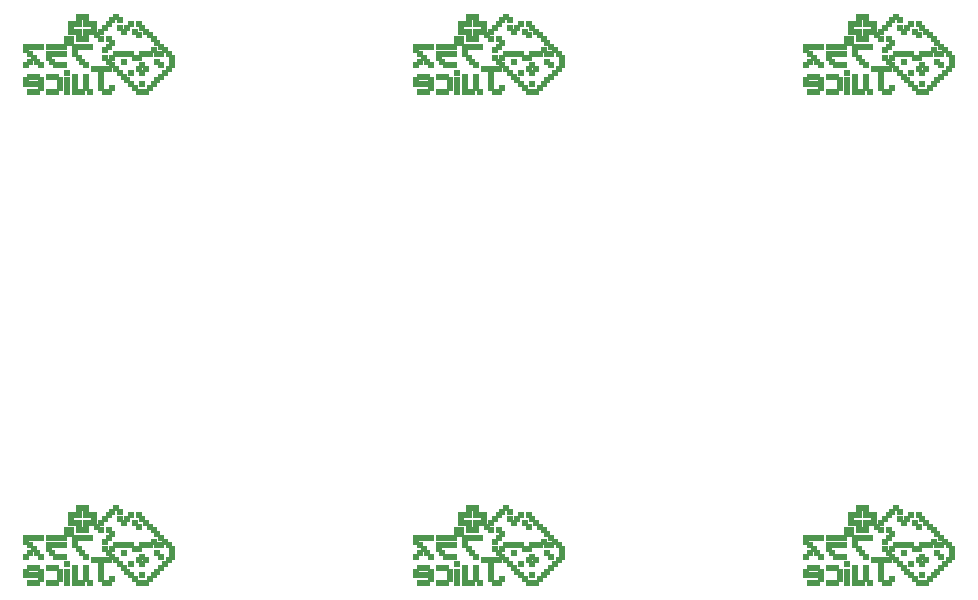
<source format=gbr>
%FSLAX34Y34*%
%MOMM*%
%LNSMDMASK_TOP*%
G71*
G01*
%ADD10R, 0.47X0.47*%
%LPD*%
X312738Y941388D02*
G54D10*
D03*
X309562Y938212D02*
G54D10*
D03*
X306388Y935038D02*
G54D10*
D03*
X303212Y931862D02*
G54D10*
D03*
X312738Y947738D02*
G54D10*
D03*
X309562Y950912D02*
G54D10*
D03*
X306388Y954088D02*
G54D10*
D03*
X303212Y957262D02*
G54D10*
D03*
X300038Y960438D02*
G54D10*
D03*
X300038Y928688D02*
G54D10*
D03*
X296862Y925512D02*
G54D10*
D03*
X293688Y922338D02*
G54D10*
D03*
X290512Y919162D02*
G54D10*
D03*
X284162Y919162D02*
G54D10*
D03*
X280988Y922338D02*
G54D10*
D03*
X277812Y925512D02*
G54D10*
D03*
X274638Y928688D02*
G54D10*
D03*
X271462Y931862D02*
G54D10*
D03*
X268288Y935038D02*
G54D10*
D03*
X265112Y938212D02*
G54D10*
D03*
X261938Y941388D02*
G54D10*
D03*
X258762Y944562D02*
G54D10*
D03*
X296862Y963612D02*
G54D10*
D03*
X293688Y966788D02*
G54D10*
D03*
X290512Y969962D02*
G54D10*
D03*
X287338Y973138D02*
G54D10*
D03*
X271462Y969962D02*
G54D10*
D03*
X261938Y960438D02*
G54D10*
D03*
X258762Y963612D02*
G54D10*
D03*
X268288Y973138D02*
G54D10*
D03*
X268288Y979488D02*
G54D10*
D03*
X265112Y982662D02*
G54D10*
D03*
X261938Y979488D02*
G54D10*
D03*
X258762Y976312D02*
G54D10*
D03*
X255588Y973138D02*
G54D10*
D03*
X252412Y969962D02*
G54D10*
D03*
X249238Y966788D02*
G54D10*
D03*
X252412Y963612D02*
G54D10*
D03*
X303212Y950912D02*
G54D10*
D03*
X300038Y950912D02*
G54D10*
D03*
X296862Y954088D02*
G54D10*
D03*
X293688Y950912D02*
G54D10*
D03*
X290512Y950912D02*
G54D10*
D03*
X287338Y950912D02*
G54D10*
D03*
X284162Y947738D02*
G54D10*
D03*
X280988Y947738D02*
G54D10*
D03*
X277812Y950912D02*
G54D10*
D03*
X274638Y950912D02*
G54D10*
D03*
X271462Y950912D02*
G54D10*
D03*
X268288Y950912D02*
G54D10*
D03*
X265112Y950912D02*
G54D10*
D03*
X261938Y947738D02*
G54D10*
D03*
X246062Y976312D02*
G54D10*
D03*
X246062Y973138D02*
G54D10*
D03*
X246062Y969962D02*
G54D10*
D03*
X242888Y969962D02*
G54D10*
D03*
X242888Y976312D02*
G54D10*
D03*
X239712Y976312D02*
G54D10*
D03*
X239712Y979488D02*
G54D10*
D03*
X239712Y982662D02*
G54D10*
D03*
X236538Y982662D02*
G54D10*
D03*
X233362Y982662D02*
G54D10*
D03*
X233362Y979488D02*
G54D10*
D03*
X233362Y976312D02*
G54D10*
D03*
X230188Y976312D02*
G54D10*
D03*
X227012Y976312D02*
G54D10*
D03*
X227012Y973138D02*
G54D10*
D03*
X227012Y969962D02*
G54D10*
D03*
X230188Y969962D02*
G54D10*
D03*
X233362Y969962D02*
G54D10*
D03*
X239712Y969962D02*
G54D10*
D03*
X239712Y966788D02*
G54D10*
D03*
X239712Y963612D02*
G54D10*
D03*
X236538Y963612D02*
G54D10*
D03*
X233362Y963612D02*
G54D10*
D03*
X233362Y966788D02*
G54D10*
D03*
X284162Y976312D02*
G54D10*
D03*
X277812Y976312D02*
G54D10*
D03*
X274638Y973138D02*
G54D10*
D03*
X258762Y957262D02*
G54D10*
D03*
X255588Y954088D02*
G54D10*
D03*
X255588Y947738D02*
G54D10*
D03*
X258762Y938212D02*
G54D10*
D03*
X255588Y938212D02*
G54D10*
D03*
X252412Y938212D02*
G54D10*
D03*
X249238Y938212D02*
G54D10*
D03*
X246062Y938212D02*
G54D10*
D03*
X252412Y935038D02*
G54D10*
D03*
X252412Y931862D02*
G54D10*
D03*
X252412Y928688D02*
G54D10*
D03*
X252412Y925512D02*
G54D10*
D03*
X252412Y922338D02*
G54D10*
D03*
X255588Y919162D02*
G54D10*
D03*
X258762Y919162D02*
G54D10*
D03*
X261938Y922338D02*
G54D10*
D03*
X242888Y919162D02*
G54D10*
D03*
X239712Y922338D02*
G54D10*
D03*
X239712Y925512D02*
G54D10*
D03*
X239712Y928688D02*
G54D10*
D03*
X239712Y931862D02*
G54D10*
D03*
X236538Y919162D02*
G54D10*
D03*
X233362Y919162D02*
G54D10*
D03*
X230188Y919162D02*
G54D10*
D03*
X230188Y922338D02*
G54D10*
D03*
X230188Y925512D02*
G54D10*
D03*
X230188Y928688D02*
G54D10*
D03*
X230188Y931862D02*
G54D10*
D03*
X223838Y935038D02*
G54D10*
D03*
X223838Y928688D02*
G54D10*
D03*
X223838Y925512D02*
G54D10*
D03*
X223838Y922338D02*
G54D10*
D03*
X223838Y919162D02*
G54D10*
D03*
X217488Y922338D02*
G54D10*
D03*
X217488Y925512D02*
G54D10*
D03*
X217488Y928688D02*
G54D10*
D03*
X214312Y931862D02*
G54D10*
D03*
X211138Y931862D02*
G54D10*
D03*
X214312Y919162D02*
G54D10*
D03*
X211138Y919162D02*
G54D10*
D03*
X207962Y919162D02*
G54D10*
D03*
X207962Y931862D02*
G54D10*
D03*
X201612Y922338D02*
G54D10*
D03*
X201612Y925512D02*
G54D10*
D03*
X201612Y928688D02*
G54D10*
D03*
X198438Y931862D02*
G54D10*
D03*
X195262Y931862D02*
G54D10*
D03*
X192088Y931862D02*
G54D10*
D03*
X198438Y919162D02*
G54D10*
D03*
X195262Y919162D02*
G54D10*
D03*
X192088Y919162D02*
G54D10*
D03*
X188912Y928688D02*
G54D10*
D03*
X188912Y925512D02*
G54D10*
D03*
X192088Y925512D02*
G54D10*
D03*
X195262Y925512D02*
G54D10*
D03*
X198438Y925512D02*
G54D10*
D03*
X290512Y938212D02*
G54D10*
D03*
X287338Y935038D02*
G54D10*
D03*
X284162Y938212D02*
G54D10*
D03*
X287338Y941388D02*
G54D10*
D03*
X277812Y935038D02*
G54D10*
D03*
X300038Y944562D02*
G54D10*
D03*
X271462Y944562D02*
G54D10*
D03*
X287338Y925512D02*
G54D10*
D03*
X303212Y941388D02*
G54D10*
D03*
X242888Y957262D02*
G54D10*
D03*
X239712Y957262D02*
G54D10*
D03*
X236538Y957262D02*
G54D10*
D03*
X233362Y957262D02*
G54D10*
D03*
X230188Y957262D02*
G54D10*
D03*
X230188Y954088D02*
G54D10*
D03*
X230188Y950912D02*
G54D10*
D03*
X233362Y947738D02*
G54D10*
D03*
X236538Y944562D02*
G54D10*
D03*
X239712Y941388D02*
G54D10*
D03*
X227012Y963612D02*
G54D10*
D03*
X227012Y960438D02*
G54D10*
D03*
X223838Y960438D02*
G54D10*
D03*
X223838Y963612D02*
G54D10*
D03*
X220662Y957262D02*
G54D10*
D03*
X217488Y957262D02*
G54D10*
D03*
X214312Y957262D02*
G54D10*
D03*
X211138Y957262D02*
G54D10*
D03*
X207962Y957262D02*
G54D10*
D03*
X220662Y950912D02*
G54D10*
D03*
X217488Y950912D02*
G54D10*
D03*
X214312Y950912D02*
G54D10*
D03*
X211138Y950912D02*
G54D10*
D03*
X207962Y950912D02*
G54D10*
D03*
X207962Y947738D02*
G54D10*
D03*
X211138Y944562D02*
G54D10*
D03*
X214312Y941388D02*
G54D10*
D03*
X220662Y941388D02*
G54D10*
D03*
X217488Y941388D02*
G54D10*
D03*
X201612Y957262D02*
G54D10*
D03*
X198438Y957262D02*
G54D10*
D03*
X195262Y957262D02*
G54D10*
D03*
X192088Y957262D02*
G54D10*
D03*
X188912Y957262D02*
G54D10*
D03*
X188912Y954088D02*
G54D10*
D03*
X192088Y950912D02*
G54D10*
D03*
X195262Y947738D02*
G54D10*
D03*
X198438Y944562D02*
G54D10*
D03*
X201612Y941388D02*
G54D10*
D03*
X192088Y944562D02*
G54D10*
D03*
X188912Y941388D02*
G54D10*
D03*
X280988Y969962D02*
G54D10*
D03*
X284162Y966788D02*
G54D10*
D03*
X287338Y919162D02*
G54D10*
D03*
X312738Y944562D02*
G54D10*
D03*
X642938Y941388D02*
G54D10*
D03*
X639762Y938212D02*
G54D10*
D03*
X636588Y935038D02*
G54D10*
D03*
X633412Y931862D02*
G54D10*
D03*
X642938Y947738D02*
G54D10*
D03*
X639762Y950912D02*
G54D10*
D03*
X636588Y954088D02*
G54D10*
D03*
X633412Y957262D02*
G54D10*
D03*
X630238Y960438D02*
G54D10*
D03*
X630238Y928688D02*
G54D10*
D03*
X627062Y925512D02*
G54D10*
D03*
X623888Y922338D02*
G54D10*
D03*
X620712Y919162D02*
G54D10*
D03*
X614362Y919162D02*
G54D10*
D03*
X611188Y922338D02*
G54D10*
D03*
X608012Y925512D02*
G54D10*
D03*
X604838Y928688D02*
G54D10*
D03*
X601662Y931862D02*
G54D10*
D03*
X598488Y935038D02*
G54D10*
D03*
X595312Y938212D02*
G54D10*
D03*
X592138Y941388D02*
G54D10*
D03*
X588962Y944562D02*
G54D10*
D03*
X627062Y963612D02*
G54D10*
D03*
X623888Y966788D02*
G54D10*
D03*
X620712Y969962D02*
G54D10*
D03*
X617538Y973138D02*
G54D10*
D03*
X601662Y969962D02*
G54D10*
D03*
X592138Y960438D02*
G54D10*
D03*
X588962Y963612D02*
G54D10*
D03*
X598488Y973138D02*
G54D10*
D03*
X598488Y979488D02*
G54D10*
D03*
X595312Y982662D02*
G54D10*
D03*
X592138Y979488D02*
G54D10*
D03*
X588962Y976312D02*
G54D10*
D03*
X585788Y973138D02*
G54D10*
D03*
X582612Y969962D02*
G54D10*
D03*
X579438Y966788D02*
G54D10*
D03*
X582612Y963612D02*
G54D10*
D03*
X633412Y950912D02*
G54D10*
D03*
X630238Y950912D02*
G54D10*
D03*
X627062Y954088D02*
G54D10*
D03*
X623888Y950912D02*
G54D10*
D03*
X620712Y950912D02*
G54D10*
D03*
X617538Y950912D02*
G54D10*
D03*
X614362Y947738D02*
G54D10*
D03*
X611188Y947738D02*
G54D10*
D03*
X608012Y950912D02*
G54D10*
D03*
X604838Y950912D02*
G54D10*
D03*
X601662Y950912D02*
G54D10*
D03*
X598488Y950912D02*
G54D10*
D03*
X595312Y950912D02*
G54D10*
D03*
X592138Y947738D02*
G54D10*
D03*
X576262Y976312D02*
G54D10*
D03*
X576262Y973138D02*
G54D10*
D03*
X576262Y969962D02*
G54D10*
D03*
X573088Y969962D02*
G54D10*
D03*
X573088Y976312D02*
G54D10*
D03*
X569912Y976312D02*
G54D10*
D03*
X569912Y979488D02*
G54D10*
D03*
X569912Y982662D02*
G54D10*
D03*
X566738Y982662D02*
G54D10*
D03*
X563562Y982662D02*
G54D10*
D03*
X563562Y979488D02*
G54D10*
D03*
X563562Y976312D02*
G54D10*
D03*
X560388Y976312D02*
G54D10*
D03*
X557212Y976312D02*
G54D10*
D03*
X557212Y973138D02*
G54D10*
D03*
X557212Y969962D02*
G54D10*
D03*
X560388Y969962D02*
G54D10*
D03*
X563562Y969962D02*
G54D10*
D03*
X569912Y969962D02*
G54D10*
D03*
X569912Y966788D02*
G54D10*
D03*
X569912Y963612D02*
G54D10*
D03*
X566738Y963612D02*
G54D10*
D03*
X563562Y963612D02*
G54D10*
D03*
X563562Y966788D02*
G54D10*
D03*
X614362Y976312D02*
G54D10*
D03*
X608012Y976312D02*
G54D10*
D03*
X604838Y973138D02*
G54D10*
D03*
X588962Y957262D02*
G54D10*
D03*
X585788Y954088D02*
G54D10*
D03*
X585788Y947738D02*
G54D10*
D03*
X588962Y938212D02*
G54D10*
D03*
X585788Y938212D02*
G54D10*
D03*
X582612Y938212D02*
G54D10*
D03*
X579438Y938212D02*
G54D10*
D03*
X576262Y938212D02*
G54D10*
D03*
X582612Y935038D02*
G54D10*
D03*
X582612Y931862D02*
G54D10*
D03*
X582612Y928688D02*
G54D10*
D03*
X582612Y925512D02*
G54D10*
D03*
X582612Y922338D02*
G54D10*
D03*
X585788Y919162D02*
G54D10*
D03*
X588962Y919162D02*
G54D10*
D03*
X592138Y922338D02*
G54D10*
D03*
X573088Y919162D02*
G54D10*
D03*
X569912Y922338D02*
G54D10*
D03*
X569912Y925512D02*
G54D10*
D03*
X569912Y928688D02*
G54D10*
D03*
X569912Y931862D02*
G54D10*
D03*
X566738Y919162D02*
G54D10*
D03*
X563562Y919162D02*
G54D10*
D03*
X560388Y919162D02*
G54D10*
D03*
X560388Y922338D02*
G54D10*
D03*
X560388Y925512D02*
G54D10*
D03*
X560388Y928688D02*
G54D10*
D03*
X560388Y931862D02*
G54D10*
D03*
X554038Y935038D02*
G54D10*
D03*
X554038Y928688D02*
G54D10*
D03*
X554038Y925512D02*
G54D10*
D03*
X554038Y922338D02*
G54D10*
D03*
X554038Y919162D02*
G54D10*
D03*
X547688Y922338D02*
G54D10*
D03*
X547688Y925512D02*
G54D10*
D03*
X547688Y928688D02*
G54D10*
D03*
X544512Y931862D02*
G54D10*
D03*
X541338Y931862D02*
G54D10*
D03*
X544512Y919162D02*
G54D10*
D03*
X541338Y919162D02*
G54D10*
D03*
X538162Y919162D02*
G54D10*
D03*
X538162Y931862D02*
G54D10*
D03*
X531812Y922338D02*
G54D10*
D03*
X531812Y925512D02*
G54D10*
D03*
X531812Y928688D02*
G54D10*
D03*
X528638Y931862D02*
G54D10*
D03*
X525462Y931862D02*
G54D10*
D03*
X522288Y931862D02*
G54D10*
D03*
X528638Y919162D02*
G54D10*
D03*
X525462Y919162D02*
G54D10*
D03*
X522288Y919162D02*
G54D10*
D03*
X519112Y928688D02*
G54D10*
D03*
X519112Y925512D02*
G54D10*
D03*
X522288Y925512D02*
G54D10*
D03*
X525462Y925512D02*
G54D10*
D03*
X528638Y925512D02*
G54D10*
D03*
X620712Y938212D02*
G54D10*
D03*
X617538Y935038D02*
G54D10*
D03*
X614362Y938212D02*
G54D10*
D03*
X617538Y941388D02*
G54D10*
D03*
X608012Y935038D02*
G54D10*
D03*
X630238Y944562D02*
G54D10*
D03*
X601662Y944562D02*
G54D10*
D03*
X617538Y925512D02*
G54D10*
D03*
X633412Y941388D02*
G54D10*
D03*
X573088Y957262D02*
G54D10*
D03*
X569912Y957262D02*
G54D10*
D03*
X566738Y957262D02*
G54D10*
D03*
X563562Y957262D02*
G54D10*
D03*
X560388Y957262D02*
G54D10*
D03*
X560388Y954088D02*
G54D10*
D03*
X560388Y950912D02*
G54D10*
D03*
X563562Y947738D02*
G54D10*
D03*
X566738Y944562D02*
G54D10*
D03*
X569912Y941388D02*
G54D10*
D03*
X557212Y963612D02*
G54D10*
D03*
X557212Y960438D02*
G54D10*
D03*
X554038Y960438D02*
G54D10*
D03*
X554038Y963612D02*
G54D10*
D03*
X550862Y957262D02*
G54D10*
D03*
X547688Y957262D02*
G54D10*
D03*
X544512Y957262D02*
G54D10*
D03*
X541338Y957262D02*
G54D10*
D03*
X538162Y957262D02*
G54D10*
D03*
X550862Y950912D02*
G54D10*
D03*
X547688Y950912D02*
G54D10*
D03*
X544512Y950912D02*
G54D10*
D03*
X541338Y950912D02*
G54D10*
D03*
X538162Y950912D02*
G54D10*
D03*
X538162Y947738D02*
G54D10*
D03*
X541338Y944562D02*
G54D10*
D03*
X544512Y941388D02*
G54D10*
D03*
X550862Y941388D02*
G54D10*
D03*
X547688Y941388D02*
G54D10*
D03*
X531812Y957262D02*
G54D10*
D03*
X528638Y957262D02*
G54D10*
D03*
X525462Y957262D02*
G54D10*
D03*
X522288Y957262D02*
G54D10*
D03*
X519112Y957262D02*
G54D10*
D03*
X519112Y954088D02*
G54D10*
D03*
X522288Y950912D02*
G54D10*
D03*
X525462Y947738D02*
G54D10*
D03*
X528638Y944562D02*
G54D10*
D03*
X531812Y941388D02*
G54D10*
D03*
X522288Y944562D02*
G54D10*
D03*
X519112Y941388D02*
G54D10*
D03*
X611188Y969962D02*
G54D10*
D03*
X614362Y966788D02*
G54D10*
D03*
X617538Y919162D02*
G54D10*
D03*
X642938Y944562D02*
G54D10*
D03*
X973138Y941388D02*
G54D10*
D03*
X969962Y938212D02*
G54D10*
D03*
X966788Y935038D02*
G54D10*
D03*
X963612Y931862D02*
G54D10*
D03*
X973138Y947738D02*
G54D10*
D03*
X969962Y950912D02*
G54D10*
D03*
X966788Y954088D02*
G54D10*
D03*
X963612Y957262D02*
G54D10*
D03*
X960438Y960438D02*
G54D10*
D03*
X960438Y928688D02*
G54D10*
D03*
X957262Y925512D02*
G54D10*
D03*
X954088Y922338D02*
G54D10*
D03*
X950912Y919162D02*
G54D10*
D03*
X944562Y919162D02*
G54D10*
D03*
X941388Y922338D02*
G54D10*
D03*
X938212Y925512D02*
G54D10*
D03*
X935038Y928688D02*
G54D10*
D03*
X931862Y931862D02*
G54D10*
D03*
X928688Y935038D02*
G54D10*
D03*
X925512Y938212D02*
G54D10*
D03*
X922338Y941388D02*
G54D10*
D03*
X919162Y944562D02*
G54D10*
D03*
X957262Y963612D02*
G54D10*
D03*
X954088Y966788D02*
G54D10*
D03*
X950912Y969962D02*
G54D10*
D03*
X947738Y973138D02*
G54D10*
D03*
X931862Y969962D02*
G54D10*
D03*
X922338Y960438D02*
G54D10*
D03*
X919162Y963612D02*
G54D10*
D03*
X928688Y973138D02*
G54D10*
D03*
X928688Y979488D02*
G54D10*
D03*
X925512Y982662D02*
G54D10*
D03*
X922338Y979488D02*
G54D10*
D03*
X919162Y976312D02*
G54D10*
D03*
X915988Y973138D02*
G54D10*
D03*
X912812Y969962D02*
G54D10*
D03*
X909638Y966788D02*
G54D10*
D03*
X912812Y963612D02*
G54D10*
D03*
X963612Y950912D02*
G54D10*
D03*
X960438Y950912D02*
G54D10*
D03*
X957262Y954088D02*
G54D10*
D03*
X954088Y950912D02*
G54D10*
D03*
X950912Y950912D02*
G54D10*
D03*
X947738Y950912D02*
G54D10*
D03*
X944562Y947738D02*
G54D10*
D03*
X941388Y947738D02*
G54D10*
D03*
X938212Y950912D02*
G54D10*
D03*
X935038Y950912D02*
G54D10*
D03*
X931862Y950912D02*
G54D10*
D03*
X928688Y950912D02*
G54D10*
D03*
X925512Y950912D02*
G54D10*
D03*
X922338Y947738D02*
G54D10*
D03*
X906462Y976312D02*
G54D10*
D03*
X906462Y973138D02*
G54D10*
D03*
X906462Y969962D02*
G54D10*
D03*
X903288Y969962D02*
G54D10*
D03*
X903288Y976312D02*
G54D10*
D03*
X900112Y976312D02*
G54D10*
D03*
X900112Y979488D02*
G54D10*
D03*
X900112Y982662D02*
G54D10*
D03*
X896938Y982662D02*
G54D10*
D03*
X893762Y982662D02*
G54D10*
D03*
X893762Y979488D02*
G54D10*
D03*
X893762Y976312D02*
G54D10*
D03*
X890588Y976312D02*
G54D10*
D03*
X887412Y976312D02*
G54D10*
D03*
X887412Y973138D02*
G54D10*
D03*
X887412Y969962D02*
G54D10*
D03*
X890588Y969962D02*
G54D10*
D03*
X893762Y969962D02*
G54D10*
D03*
X900112Y969962D02*
G54D10*
D03*
X900112Y966788D02*
G54D10*
D03*
X900112Y963612D02*
G54D10*
D03*
X896938Y963612D02*
G54D10*
D03*
X893762Y963612D02*
G54D10*
D03*
X893762Y966788D02*
G54D10*
D03*
X944562Y976312D02*
G54D10*
D03*
X938212Y976312D02*
G54D10*
D03*
X935038Y973138D02*
G54D10*
D03*
X919162Y957262D02*
G54D10*
D03*
X915988Y954088D02*
G54D10*
D03*
X915988Y947738D02*
G54D10*
D03*
X919162Y938212D02*
G54D10*
D03*
X915988Y938212D02*
G54D10*
D03*
X912812Y938212D02*
G54D10*
D03*
X909638Y938212D02*
G54D10*
D03*
X906462Y938212D02*
G54D10*
D03*
X912812Y935038D02*
G54D10*
D03*
X912812Y931862D02*
G54D10*
D03*
X912812Y928688D02*
G54D10*
D03*
X912812Y925512D02*
G54D10*
D03*
X912812Y922338D02*
G54D10*
D03*
X915988Y919162D02*
G54D10*
D03*
X919162Y919162D02*
G54D10*
D03*
X922338Y922338D02*
G54D10*
D03*
X903288Y919162D02*
G54D10*
D03*
X900112Y922338D02*
G54D10*
D03*
X900112Y925512D02*
G54D10*
D03*
X900112Y928688D02*
G54D10*
D03*
X900112Y931862D02*
G54D10*
D03*
X896938Y919162D02*
G54D10*
D03*
X893762Y919162D02*
G54D10*
D03*
X890588Y919162D02*
G54D10*
D03*
X890588Y922338D02*
G54D10*
D03*
X890588Y925512D02*
G54D10*
D03*
X890588Y928688D02*
G54D10*
D03*
X890588Y931862D02*
G54D10*
D03*
X884238Y935038D02*
G54D10*
D03*
X884238Y928688D02*
G54D10*
D03*
X884238Y925512D02*
G54D10*
D03*
X884238Y922338D02*
G54D10*
D03*
X884238Y919162D02*
G54D10*
D03*
X877888Y922338D02*
G54D10*
D03*
X877888Y925512D02*
G54D10*
D03*
X877888Y928688D02*
G54D10*
D03*
X874712Y931862D02*
G54D10*
D03*
X871538Y931862D02*
G54D10*
D03*
X874712Y919162D02*
G54D10*
D03*
X871538Y919162D02*
G54D10*
D03*
X868362Y919162D02*
G54D10*
D03*
X868362Y931862D02*
G54D10*
D03*
X862012Y922338D02*
G54D10*
D03*
X862012Y925512D02*
G54D10*
D03*
X862012Y928688D02*
G54D10*
D03*
X858838Y931862D02*
G54D10*
D03*
X855662Y931862D02*
G54D10*
D03*
X852488Y931862D02*
G54D10*
D03*
X858838Y919162D02*
G54D10*
D03*
X855662Y919162D02*
G54D10*
D03*
X852488Y919162D02*
G54D10*
D03*
X849312Y928688D02*
G54D10*
D03*
X849312Y925512D02*
G54D10*
D03*
X852488Y925512D02*
G54D10*
D03*
X855662Y925512D02*
G54D10*
D03*
X858838Y925512D02*
G54D10*
D03*
X950912Y938212D02*
G54D10*
D03*
X947738Y935038D02*
G54D10*
D03*
X944562Y938212D02*
G54D10*
D03*
X947738Y941388D02*
G54D10*
D03*
X938212Y935038D02*
G54D10*
D03*
X960438Y944562D02*
G54D10*
D03*
X931862Y944562D02*
G54D10*
D03*
X947738Y925512D02*
G54D10*
D03*
X963612Y941388D02*
G54D10*
D03*
X903288Y957262D02*
G54D10*
D03*
X900112Y957262D02*
G54D10*
D03*
X896938Y957262D02*
G54D10*
D03*
X893762Y957262D02*
G54D10*
D03*
X890588Y957262D02*
G54D10*
D03*
X890588Y954088D02*
G54D10*
D03*
X890588Y950912D02*
G54D10*
D03*
X893762Y947738D02*
G54D10*
D03*
X896938Y944562D02*
G54D10*
D03*
X900112Y941388D02*
G54D10*
D03*
X887412Y963612D02*
G54D10*
D03*
X887412Y960438D02*
G54D10*
D03*
X884238Y960438D02*
G54D10*
D03*
X884238Y963612D02*
G54D10*
D03*
X881062Y957262D02*
G54D10*
D03*
X877888Y957262D02*
G54D10*
D03*
X874712Y957262D02*
G54D10*
D03*
X871538Y957262D02*
G54D10*
D03*
X868362Y957262D02*
G54D10*
D03*
X881062Y950912D02*
G54D10*
D03*
X877888Y950912D02*
G54D10*
D03*
X874712Y950912D02*
G54D10*
D03*
X871538Y950912D02*
G54D10*
D03*
X868362Y950912D02*
G54D10*
D03*
X868362Y947738D02*
G54D10*
D03*
X871538Y944562D02*
G54D10*
D03*
X874712Y941388D02*
G54D10*
D03*
X881062Y941388D02*
G54D10*
D03*
X877888Y941388D02*
G54D10*
D03*
X862012Y957262D02*
G54D10*
D03*
X858838Y957262D02*
G54D10*
D03*
X855662Y957262D02*
G54D10*
D03*
X852488Y957262D02*
G54D10*
D03*
X849312Y957262D02*
G54D10*
D03*
X849312Y954088D02*
G54D10*
D03*
X852488Y950912D02*
G54D10*
D03*
X855662Y947738D02*
G54D10*
D03*
X858838Y944562D02*
G54D10*
D03*
X862012Y941388D02*
G54D10*
D03*
X852488Y944562D02*
G54D10*
D03*
X849312Y941388D02*
G54D10*
D03*
X941388Y969962D02*
G54D10*
D03*
X944562Y966788D02*
G54D10*
D03*
X947738Y919162D02*
G54D10*
D03*
X973138Y944562D02*
G54D10*
D03*
X312738Y525462D02*
G54D10*
D03*
X309562Y522288D02*
G54D10*
D03*
X306388Y519112D02*
G54D10*
D03*
X303212Y515938D02*
G54D10*
D03*
X312738Y531812D02*
G54D10*
D03*
X309562Y534988D02*
G54D10*
D03*
X306388Y538162D02*
G54D10*
D03*
X303212Y541338D02*
G54D10*
D03*
X300038Y544512D02*
G54D10*
D03*
X300038Y512762D02*
G54D10*
D03*
X296862Y509588D02*
G54D10*
D03*
X293688Y506412D02*
G54D10*
D03*
X290512Y503238D02*
G54D10*
D03*
X284162Y503238D02*
G54D10*
D03*
X280988Y506412D02*
G54D10*
D03*
X277812Y509588D02*
G54D10*
D03*
X274638Y512762D02*
G54D10*
D03*
X271462Y515938D02*
G54D10*
D03*
X268288Y519112D02*
G54D10*
D03*
X265112Y522288D02*
G54D10*
D03*
X261938Y525462D02*
G54D10*
D03*
X258762Y528638D02*
G54D10*
D03*
X296862Y547688D02*
G54D10*
D03*
X293688Y550862D02*
G54D10*
D03*
X290512Y554038D02*
G54D10*
D03*
X287338Y557212D02*
G54D10*
D03*
X271462Y554038D02*
G54D10*
D03*
X261938Y544512D02*
G54D10*
D03*
X258762Y547688D02*
G54D10*
D03*
X268288Y557212D02*
G54D10*
D03*
X268288Y563562D02*
G54D10*
D03*
X265112Y566738D02*
G54D10*
D03*
X261938Y563562D02*
G54D10*
D03*
X258762Y560388D02*
G54D10*
D03*
X255588Y557212D02*
G54D10*
D03*
X252412Y554038D02*
G54D10*
D03*
X249238Y550862D02*
G54D10*
D03*
X252412Y547688D02*
G54D10*
D03*
X303212Y534988D02*
G54D10*
D03*
X300038Y534988D02*
G54D10*
D03*
X296862Y538162D02*
G54D10*
D03*
X293688Y534988D02*
G54D10*
D03*
X290512Y534988D02*
G54D10*
D03*
X287338Y534988D02*
G54D10*
D03*
X284162Y531812D02*
G54D10*
D03*
X280988Y531812D02*
G54D10*
D03*
X277812Y534988D02*
G54D10*
D03*
X274638Y534988D02*
G54D10*
D03*
X271462Y534988D02*
G54D10*
D03*
X268288Y534988D02*
G54D10*
D03*
X265112Y534988D02*
G54D10*
D03*
X261938Y531812D02*
G54D10*
D03*
X246062Y560388D02*
G54D10*
D03*
X246062Y557212D02*
G54D10*
D03*
X246062Y554038D02*
G54D10*
D03*
X242888Y554038D02*
G54D10*
D03*
X242888Y560388D02*
G54D10*
D03*
X239712Y560388D02*
G54D10*
D03*
X239712Y563562D02*
G54D10*
D03*
X239712Y566738D02*
G54D10*
D03*
X236538Y566738D02*
G54D10*
D03*
X233362Y566738D02*
G54D10*
D03*
X233362Y563562D02*
G54D10*
D03*
X233362Y560388D02*
G54D10*
D03*
X230188Y560388D02*
G54D10*
D03*
X227012Y560388D02*
G54D10*
D03*
X227012Y557212D02*
G54D10*
D03*
X227012Y554038D02*
G54D10*
D03*
X230188Y554038D02*
G54D10*
D03*
X233362Y554038D02*
G54D10*
D03*
X239712Y554038D02*
G54D10*
D03*
X239712Y550862D02*
G54D10*
D03*
X239712Y547688D02*
G54D10*
D03*
X236538Y547688D02*
G54D10*
D03*
X233362Y547688D02*
G54D10*
D03*
X233362Y550862D02*
G54D10*
D03*
X284162Y560388D02*
G54D10*
D03*
X277812Y560388D02*
G54D10*
D03*
X274638Y557212D02*
G54D10*
D03*
X258762Y541338D02*
G54D10*
D03*
X255588Y538162D02*
G54D10*
D03*
X255588Y531812D02*
G54D10*
D03*
X258762Y522288D02*
G54D10*
D03*
X255588Y522288D02*
G54D10*
D03*
X252412Y522288D02*
G54D10*
D03*
X249238Y522288D02*
G54D10*
D03*
X246062Y522288D02*
G54D10*
D03*
X252412Y519112D02*
G54D10*
D03*
X252412Y515938D02*
G54D10*
D03*
X252412Y512762D02*
G54D10*
D03*
X252412Y509588D02*
G54D10*
D03*
X252412Y506412D02*
G54D10*
D03*
X255588Y503238D02*
G54D10*
D03*
X258762Y503238D02*
G54D10*
D03*
X261938Y506412D02*
G54D10*
D03*
X242888Y503238D02*
G54D10*
D03*
X239712Y506412D02*
G54D10*
D03*
X239712Y509588D02*
G54D10*
D03*
X239712Y512762D02*
G54D10*
D03*
X239712Y515938D02*
G54D10*
D03*
X236538Y503238D02*
G54D10*
D03*
X233362Y503238D02*
G54D10*
D03*
X230188Y503238D02*
G54D10*
D03*
X230188Y506412D02*
G54D10*
D03*
X230188Y509588D02*
G54D10*
D03*
X230188Y512762D02*
G54D10*
D03*
X230188Y515938D02*
G54D10*
D03*
X223838Y519112D02*
G54D10*
D03*
X223838Y512762D02*
G54D10*
D03*
X223838Y509588D02*
G54D10*
D03*
X223838Y506412D02*
G54D10*
D03*
X223838Y503238D02*
G54D10*
D03*
X217488Y506412D02*
G54D10*
D03*
X217488Y509588D02*
G54D10*
D03*
X217488Y512762D02*
G54D10*
D03*
X214312Y515938D02*
G54D10*
D03*
X211138Y515938D02*
G54D10*
D03*
X214312Y503238D02*
G54D10*
D03*
X211138Y503238D02*
G54D10*
D03*
X207962Y503238D02*
G54D10*
D03*
X207962Y515938D02*
G54D10*
D03*
X201612Y506412D02*
G54D10*
D03*
X201612Y509588D02*
G54D10*
D03*
X201612Y512762D02*
G54D10*
D03*
X198438Y515938D02*
G54D10*
D03*
X195262Y515938D02*
G54D10*
D03*
X192088Y515938D02*
G54D10*
D03*
X198438Y503238D02*
G54D10*
D03*
X195262Y503238D02*
G54D10*
D03*
X192088Y503238D02*
G54D10*
D03*
X188912Y512762D02*
G54D10*
D03*
X188912Y509588D02*
G54D10*
D03*
X192088Y509588D02*
G54D10*
D03*
X195262Y509588D02*
G54D10*
D03*
X198438Y509588D02*
G54D10*
D03*
X290512Y522288D02*
G54D10*
D03*
X287338Y519112D02*
G54D10*
D03*
X284162Y522288D02*
G54D10*
D03*
X287338Y525462D02*
G54D10*
D03*
X277812Y519112D02*
G54D10*
D03*
X300038Y528638D02*
G54D10*
D03*
X271462Y528638D02*
G54D10*
D03*
X287338Y509588D02*
G54D10*
D03*
X303212Y525462D02*
G54D10*
D03*
X242888Y541338D02*
G54D10*
D03*
X239712Y541338D02*
G54D10*
D03*
X236538Y541338D02*
G54D10*
D03*
X233362Y541338D02*
G54D10*
D03*
X230188Y541338D02*
G54D10*
D03*
X230188Y538162D02*
G54D10*
D03*
X230188Y534988D02*
G54D10*
D03*
X233362Y531812D02*
G54D10*
D03*
X236538Y528638D02*
G54D10*
D03*
X239712Y525462D02*
G54D10*
D03*
X227012Y547688D02*
G54D10*
D03*
X227012Y544512D02*
G54D10*
D03*
X223838Y544512D02*
G54D10*
D03*
X223838Y547688D02*
G54D10*
D03*
X220662Y541338D02*
G54D10*
D03*
X217488Y541338D02*
G54D10*
D03*
X214312Y541338D02*
G54D10*
D03*
X211138Y541338D02*
G54D10*
D03*
X207962Y541338D02*
G54D10*
D03*
X220662Y534988D02*
G54D10*
D03*
X217488Y534988D02*
G54D10*
D03*
X214312Y534988D02*
G54D10*
D03*
X211138Y534988D02*
G54D10*
D03*
X207962Y534988D02*
G54D10*
D03*
X207962Y531812D02*
G54D10*
D03*
X211138Y528638D02*
G54D10*
D03*
X214312Y525462D02*
G54D10*
D03*
X220662Y525462D02*
G54D10*
D03*
X217488Y525462D02*
G54D10*
D03*
X201612Y541338D02*
G54D10*
D03*
X198438Y541338D02*
G54D10*
D03*
X195262Y541338D02*
G54D10*
D03*
X192088Y541338D02*
G54D10*
D03*
X188912Y541338D02*
G54D10*
D03*
X188912Y538162D02*
G54D10*
D03*
X192088Y534988D02*
G54D10*
D03*
X195262Y531812D02*
G54D10*
D03*
X198438Y528638D02*
G54D10*
D03*
X201612Y525462D02*
G54D10*
D03*
X192088Y528638D02*
G54D10*
D03*
X188912Y525462D02*
G54D10*
D03*
X280988Y554038D02*
G54D10*
D03*
X284162Y550862D02*
G54D10*
D03*
X287338Y503238D02*
G54D10*
D03*
X312738Y528638D02*
G54D10*
D03*
X642938Y525462D02*
G54D10*
D03*
X639762Y522288D02*
G54D10*
D03*
X636588Y519112D02*
G54D10*
D03*
X633412Y515938D02*
G54D10*
D03*
X642938Y531812D02*
G54D10*
D03*
X639762Y534988D02*
G54D10*
D03*
X636588Y538162D02*
G54D10*
D03*
X633412Y541338D02*
G54D10*
D03*
X630238Y544512D02*
G54D10*
D03*
X630238Y512762D02*
G54D10*
D03*
X627062Y509588D02*
G54D10*
D03*
X623888Y506412D02*
G54D10*
D03*
X620712Y503238D02*
G54D10*
D03*
X614362Y503238D02*
G54D10*
D03*
X611188Y506412D02*
G54D10*
D03*
X608012Y509588D02*
G54D10*
D03*
X604838Y512762D02*
G54D10*
D03*
X601662Y515938D02*
G54D10*
D03*
X598488Y519112D02*
G54D10*
D03*
X595312Y522288D02*
G54D10*
D03*
X592138Y525462D02*
G54D10*
D03*
X588962Y528638D02*
G54D10*
D03*
X627062Y547688D02*
G54D10*
D03*
X623888Y550862D02*
G54D10*
D03*
X620712Y554038D02*
G54D10*
D03*
X617538Y557212D02*
G54D10*
D03*
X601662Y554038D02*
G54D10*
D03*
X592138Y544512D02*
G54D10*
D03*
X588962Y547688D02*
G54D10*
D03*
X598488Y557212D02*
G54D10*
D03*
X598488Y563562D02*
G54D10*
D03*
X595312Y566738D02*
G54D10*
D03*
X592138Y563562D02*
G54D10*
D03*
X588962Y560388D02*
G54D10*
D03*
X585788Y557212D02*
G54D10*
D03*
X582612Y554038D02*
G54D10*
D03*
X579438Y550862D02*
G54D10*
D03*
X582612Y547688D02*
G54D10*
D03*
X633412Y534988D02*
G54D10*
D03*
X630238Y534988D02*
G54D10*
D03*
X627062Y538162D02*
G54D10*
D03*
X623888Y534988D02*
G54D10*
D03*
X620712Y534988D02*
G54D10*
D03*
X617538Y534988D02*
G54D10*
D03*
X614362Y531812D02*
G54D10*
D03*
X611188Y531812D02*
G54D10*
D03*
X608012Y534988D02*
G54D10*
D03*
X604838Y534988D02*
G54D10*
D03*
X601662Y534988D02*
G54D10*
D03*
X598488Y534988D02*
G54D10*
D03*
X595312Y534988D02*
G54D10*
D03*
X592138Y531812D02*
G54D10*
D03*
X576262Y560388D02*
G54D10*
D03*
X576262Y557212D02*
G54D10*
D03*
X576262Y554038D02*
G54D10*
D03*
X573088Y554038D02*
G54D10*
D03*
X573088Y560388D02*
G54D10*
D03*
X569912Y560388D02*
G54D10*
D03*
X569912Y563562D02*
G54D10*
D03*
X569912Y566738D02*
G54D10*
D03*
X566738Y566738D02*
G54D10*
D03*
X563562Y566738D02*
G54D10*
D03*
X563562Y563562D02*
G54D10*
D03*
X563562Y560388D02*
G54D10*
D03*
X560388Y560388D02*
G54D10*
D03*
X557212Y560388D02*
G54D10*
D03*
X557212Y557212D02*
G54D10*
D03*
X557212Y554038D02*
G54D10*
D03*
X560388Y554038D02*
G54D10*
D03*
X563562Y554038D02*
G54D10*
D03*
X569912Y554038D02*
G54D10*
D03*
X569912Y550862D02*
G54D10*
D03*
X569912Y547688D02*
G54D10*
D03*
X566738Y547688D02*
G54D10*
D03*
X563562Y547688D02*
G54D10*
D03*
X563562Y550862D02*
G54D10*
D03*
X614362Y560388D02*
G54D10*
D03*
X608012Y560388D02*
G54D10*
D03*
X604838Y557212D02*
G54D10*
D03*
X588962Y541338D02*
G54D10*
D03*
X585788Y538162D02*
G54D10*
D03*
X585788Y531812D02*
G54D10*
D03*
X588962Y522288D02*
G54D10*
D03*
X585788Y522288D02*
G54D10*
D03*
X582612Y522288D02*
G54D10*
D03*
X579438Y522288D02*
G54D10*
D03*
X576262Y522288D02*
G54D10*
D03*
X582612Y519112D02*
G54D10*
D03*
X582612Y515938D02*
G54D10*
D03*
X582612Y512762D02*
G54D10*
D03*
X582612Y509588D02*
G54D10*
D03*
X582612Y506412D02*
G54D10*
D03*
X585788Y503238D02*
G54D10*
D03*
X588962Y503238D02*
G54D10*
D03*
X592138Y506412D02*
G54D10*
D03*
X573088Y503238D02*
G54D10*
D03*
X569912Y506412D02*
G54D10*
D03*
X569912Y509588D02*
G54D10*
D03*
X569912Y512762D02*
G54D10*
D03*
X569912Y515938D02*
G54D10*
D03*
X566738Y503238D02*
G54D10*
D03*
X563562Y503238D02*
G54D10*
D03*
X560388Y503238D02*
G54D10*
D03*
X560388Y506412D02*
G54D10*
D03*
X560388Y509588D02*
G54D10*
D03*
X560388Y512762D02*
G54D10*
D03*
X560388Y515938D02*
G54D10*
D03*
X554038Y519112D02*
G54D10*
D03*
X554038Y512762D02*
G54D10*
D03*
X554038Y509588D02*
G54D10*
D03*
X554038Y506412D02*
G54D10*
D03*
X554038Y503238D02*
G54D10*
D03*
X547688Y506412D02*
G54D10*
D03*
X547688Y509588D02*
G54D10*
D03*
X547688Y512762D02*
G54D10*
D03*
X544512Y515938D02*
G54D10*
D03*
X541338Y515938D02*
G54D10*
D03*
X544512Y503238D02*
G54D10*
D03*
X541338Y503238D02*
G54D10*
D03*
X538162Y503238D02*
G54D10*
D03*
X538162Y515938D02*
G54D10*
D03*
X531812Y506412D02*
G54D10*
D03*
X531812Y509588D02*
G54D10*
D03*
X531812Y512762D02*
G54D10*
D03*
X528638Y515938D02*
G54D10*
D03*
X525462Y515938D02*
G54D10*
D03*
X522288Y515938D02*
G54D10*
D03*
X528638Y503238D02*
G54D10*
D03*
X525462Y503238D02*
G54D10*
D03*
X522288Y503238D02*
G54D10*
D03*
X519112Y512762D02*
G54D10*
D03*
X519112Y509588D02*
G54D10*
D03*
X522288Y509588D02*
G54D10*
D03*
X525462Y509588D02*
G54D10*
D03*
X528638Y509588D02*
G54D10*
D03*
X620712Y522288D02*
G54D10*
D03*
X617538Y519112D02*
G54D10*
D03*
X614362Y522288D02*
G54D10*
D03*
X617538Y525462D02*
G54D10*
D03*
X608012Y519112D02*
G54D10*
D03*
X630238Y528638D02*
G54D10*
D03*
X601662Y528638D02*
G54D10*
D03*
X617538Y509588D02*
G54D10*
D03*
X633412Y525462D02*
G54D10*
D03*
X573088Y541338D02*
G54D10*
D03*
X569912Y541338D02*
G54D10*
D03*
X566738Y541338D02*
G54D10*
D03*
X563562Y541338D02*
G54D10*
D03*
X560388Y541338D02*
G54D10*
D03*
X560388Y538162D02*
G54D10*
D03*
X560388Y534988D02*
G54D10*
D03*
X563562Y531812D02*
G54D10*
D03*
X566738Y528638D02*
G54D10*
D03*
X569912Y525462D02*
G54D10*
D03*
X557212Y547688D02*
G54D10*
D03*
X557212Y544512D02*
G54D10*
D03*
X554038Y544512D02*
G54D10*
D03*
X554038Y547688D02*
G54D10*
D03*
X550862Y541338D02*
G54D10*
D03*
X547688Y541338D02*
G54D10*
D03*
X544512Y541338D02*
G54D10*
D03*
X541338Y541338D02*
G54D10*
D03*
X538162Y541338D02*
G54D10*
D03*
X550862Y534988D02*
G54D10*
D03*
X547688Y534988D02*
G54D10*
D03*
X544512Y534988D02*
G54D10*
D03*
X541338Y534988D02*
G54D10*
D03*
X538162Y534988D02*
G54D10*
D03*
X538162Y531812D02*
G54D10*
D03*
X541338Y528638D02*
G54D10*
D03*
X544512Y525462D02*
G54D10*
D03*
X550862Y525462D02*
G54D10*
D03*
X547688Y525462D02*
G54D10*
D03*
X531812Y541338D02*
G54D10*
D03*
X528638Y541338D02*
G54D10*
D03*
X525462Y541338D02*
G54D10*
D03*
X522288Y541338D02*
G54D10*
D03*
X519112Y541338D02*
G54D10*
D03*
X519112Y538162D02*
G54D10*
D03*
X522288Y534988D02*
G54D10*
D03*
X525462Y531812D02*
G54D10*
D03*
X528638Y528638D02*
G54D10*
D03*
X531812Y525462D02*
G54D10*
D03*
X522288Y528638D02*
G54D10*
D03*
X519112Y525462D02*
G54D10*
D03*
X611188Y554038D02*
G54D10*
D03*
X614362Y550862D02*
G54D10*
D03*
X617538Y503238D02*
G54D10*
D03*
X642938Y528638D02*
G54D10*
D03*
X973138Y525462D02*
G54D10*
D03*
X969962Y522288D02*
G54D10*
D03*
X966788Y519112D02*
G54D10*
D03*
X963612Y515938D02*
G54D10*
D03*
X973138Y531812D02*
G54D10*
D03*
X969962Y534988D02*
G54D10*
D03*
X966788Y538162D02*
G54D10*
D03*
X963612Y541338D02*
G54D10*
D03*
X960438Y544512D02*
G54D10*
D03*
X960438Y512762D02*
G54D10*
D03*
X957262Y509588D02*
G54D10*
D03*
X954088Y506412D02*
G54D10*
D03*
X950912Y503238D02*
G54D10*
D03*
X944562Y503238D02*
G54D10*
D03*
X941388Y506412D02*
G54D10*
D03*
X938212Y509588D02*
G54D10*
D03*
X935038Y512762D02*
G54D10*
D03*
X931862Y515938D02*
G54D10*
D03*
X928688Y519112D02*
G54D10*
D03*
X925512Y522288D02*
G54D10*
D03*
X922338Y525462D02*
G54D10*
D03*
X919162Y528638D02*
G54D10*
D03*
X957262Y547688D02*
G54D10*
D03*
X954088Y550862D02*
G54D10*
D03*
X950912Y554038D02*
G54D10*
D03*
X947738Y557212D02*
G54D10*
D03*
X931862Y554038D02*
G54D10*
D03*
X922338Y544512D02*
G54D10*
D03*
X919162Y547688D02*
G54D10*
D03*
X928688Y557212D02*
G54D10*
D03*
X928688Y563562D02*
G54D10*
D03*
X925512Y566738D02*
G54D10*
D03*
X922338Y563562D02*
G54D10*
D03*
X919162Y560388D02*
G54D10*
D03*
X915988Y557212D02*
G54D10*
D03*
X912812Y554038D02*
G54D10*
D03*
X909638Y550862D02*
G54D10*
D03*
X912812Y547688D02*
G54D10*
D03*
X963612Y534988D02*
G54D10*
D03*
X960438Y534988D02*
G54D10*
D03*
X957262Y538162D02*
G54D10*
D03*
X954088Y534988D02*
G54D10*
D03*
X950912Y534988D02*
G54D10*
D03*
X947738Y534988D02*
G54D10*
D03*
X944562Y531812D02*
G54D10*
D03*
X941388Y531812D02*
G54D10*
D03*
X938212Y534988D02*
G54D10*
D03*
X935038Y534988D02*
G54D10*
D03*
X931862Y534988D02*
G54D10*
D03*
X928688Y534988D02*
G54D10*
D03*
X925512Y534988D02*
G54D10*
D03*
X922338Y531812D02*
G54D10*
D03*
X906462Y560388D02*
G54D10*
D03*
X906462Y557212D02*
G54D10*
D03*
X906462Y554038D02*
G54D10*
D03*
X903288Y554038D02*
G54D10*
D03*
X903288Y560388D02*
G54D10*
D03*
X900112Y560388D02*
G54D10*
D03*
X900112Y563562D02*
G54D10*
D03*
X900112Y566738D02*
G54D10*
D03*
X896938Y566738D02*
G54D10*
D03*
X893762Y566738D02*
G54D10*
D03*
X893762Y563562D02*
G54D10*
D03*
X893762Y560388D02*
G54D10*
D03*
X890588Y560388D02*
G54D10*
D03*
X887412Y560388D02*
G54D10*
D03*
X887412Y557212D02*
G54D10*
D03*
X887412Y554038D02*
G54D10*
D03*
X890588Y554038D02*
G54D10*
D03*
X893762Y554038D02*
G54D10*
D03*
X900112Y554038D02*
G54D10*
D03*
X900112Y550862D02*
G54D10*
D03*
X900112Y547688D02*
G54D10*
D03*
X896938Y547688D02*
G54D10*
D03*
X893762Y547688D02*
G54D10*
D03*
X893762Y550862D02*
G54D10*
D03*
X944562Y560388D02*
G54D10*
D03*
X938212Y560388D02*
G54D10*
D03*
X935038Y557212D02*
G54D10*
D03*
X919162Y541338D02*
G54D10*
D03*
X915988Y538162D02*
G54D10*
D03*
X915988Y531812D02*
G54D10*
D03*
X919162Y522288D02*
G54D10*
D03*
X915988Y522288D02*
G54D10*
D03*
X912812Y522288D02*
G54D10*
D03*
X909638Y522288D02*
G54D10*
D03*
X906462Y522288D02*
G54D10*
D03*
X912812Y519112D02*
G54D10*
D03*
X912812Y515938D02*
G54D10*
D03*
X912812Y512762D02*
G54D10*
D03*
X912812Y509588D02*
G54D10*
D03*
X912812Y506412D02*
G54D10*
D03*
X915988Y503238D02*
G54D10*
D03*
X919162Y503238D02*
G54D10*
D03*
X922338Y506412D02*
G54D10*
D03*
X903288Y503238D02*
G54D10*
D03*
X900112Y506412D02*
G54D10*
D03*
X900112Y509588D02*
G54D10*
D03*
X900112Y512762D02*
G54D10*
D03*
X900112Y515938D02*
G54D10*
D03*
X896938Y503238D02*
G54D10*
D03*
X893762Y503238D02*
G54D10*
D03*
X890588Y503238D02*
G54D10*
D03*
X890588Y506412D02*
G54D10*
D03*
X890588Y509588D02*
G54D10*
D03*
X890588Y512762D02*
G54D10*
D03*
X890588Y515938D02*
G54D10*
D03*
X884238Y519112D02*
G54D10*
D03*
X884238Y512762D02*
G54D10*
D03*
X884238Y509588D02*
G54D10*
D03*
X884238Y506412D02*
G54D10*
D03*
X884238Y503238D02*
G54D10*
D03*
X877888Y506412D02*
G54D10*
D03*
X877888Y509588D02*
G54D10*
D03*
X877888Y512762D02*
G54D10*
D03*
X874712Y515938D02*
G54D10*
D03*
X871538Y515938D02*
G54D10*
D03*
X874712Y503238D02*
G54D10*
D03*
X871538Y503238D02*
G54D10*
D03*
X868362Y503238D02*
G54D10*
D03*
X868362Y515938D02*
G54D10*
D03*
X862012Y506412D02*
G54D10*
D03*
X862012Y509588D02*
G54D10*
D03*
X862012Y512762D02*
G54D10*
D03*
X858838Y515938D02*
G54D10*
D03*
X855662Y515938D02*
G54D10*
D03*
X852488Y515938D02*
G54D10*
D03*
X858838Y503238D02*
G54D10*
D03*
X855662Y503238D02*
G54D10*
D03*
X852488Y503238D02*
G54D10*
D03*
X849312Y512762D02*
G54D10*
D03*
X849312Y509588D02*
G54D10*
D03*
X852488Y509588D02*
G54D10*
D03*
X855662Y509588D02*
G54D10*
D03*
X858838Y509588D02*
G54D10*
D03*
X950912Y522288D02*
G54D10*
D03*
X947738Y519112D02*
G54D10*
D03*
X944562Y522288D02*
G54D10*
D03*
X947738Y525462D02*
G54D10*
D03*
X938212Y519112D02*
G54D10*
D03*
X960438Y528638D02*
G54D10*
D03*
X931862Y528638D02*
G54D10*
D03*
X947738Y509588D02*
G54D10*
D03*
X963612Y525462D02*
G54D10*
D03*
X903288Y541338D02*
G54D10*
D03*
X900112Y541338D02*
G54D10*
D03*
X896938Y541338D02*
G54D10*
D03*
X893762Y541338D02*
G54D10*
D03*
X890588Y541338D02*
G54D10*
D03*
X890588Y538162D02*
G54D10*
D03*
X890588Y534988D02*
G54D10*
D03*
X893762Y531812D02*
G54D10*
D03*
X896938Y528638D02*
G54D10*
D03*
X900112Y525462D02*
G54D10*
D03*
X887412Y547688D02*
G54D10*
D03*
X887412Y544512D02*
G54D10*
D03*
X884238Y544512D02*
G54D10*
D03*
X884238Y547688D02*
G54D10*
D03*
X881062Y541338D02*
G54D10*
D03*
X877888Y541338D02*
G54D10*
D03*
X874712Y541338D02*
G54D10*
D03*
X871538Y541338D02*
G54D10*
D03*
X868362Y541338D02*
G54D10*
D03*
X881062Y534988D02*
G54D10*
D03*
X877888Y534988D02*
G54D10*
D03*
X874712Y534988D02*
G54D10*
D03*
X871538Y534988D02*
G54D10*
D03*
X868362Y534988D02*
G54D10*
D03*
X868362Y531812D02*
G54D10*
D03*
X871538Y528638D02*
G54D10*
D03*
X874712Y525462D02*
G54D10*
D03*
X881062Y525462D02*
G54D10*
D03*
X877888Y525462D02*
G54D10*
D03*
X862012Y541338D02*
G54D10*
D03*
X858838Y541338D02*
G54D10*
D03*
X855662Y541338D02*
G54D10*
D03*
X852488Y541338D02*
G54D10*
D03*
X849312Y541338D02*
G54D10*
D03*
X849312Y538162D02*
G54D10*
D03*
X852488Y534988D02*
G54D10*
D03*
X855662Y531812D02*
G54D10*
D03*
X858838Y528638D02*
G54D10*
D03*
X862012Y525462D02*
G54D10*
D03*
X852488Y528638D02*
G54D10*
D03*
X849312Y525462D02*
G54D10*
D03*
X941388Y554038D02*
G54D10*
D03*
X944562Y550862D02*
G54D10*
D03*
X947738Y503238D02*
G54D10*
D03*
X973138Y528638D02*
G54D10*
D03*
M02*

</source>
